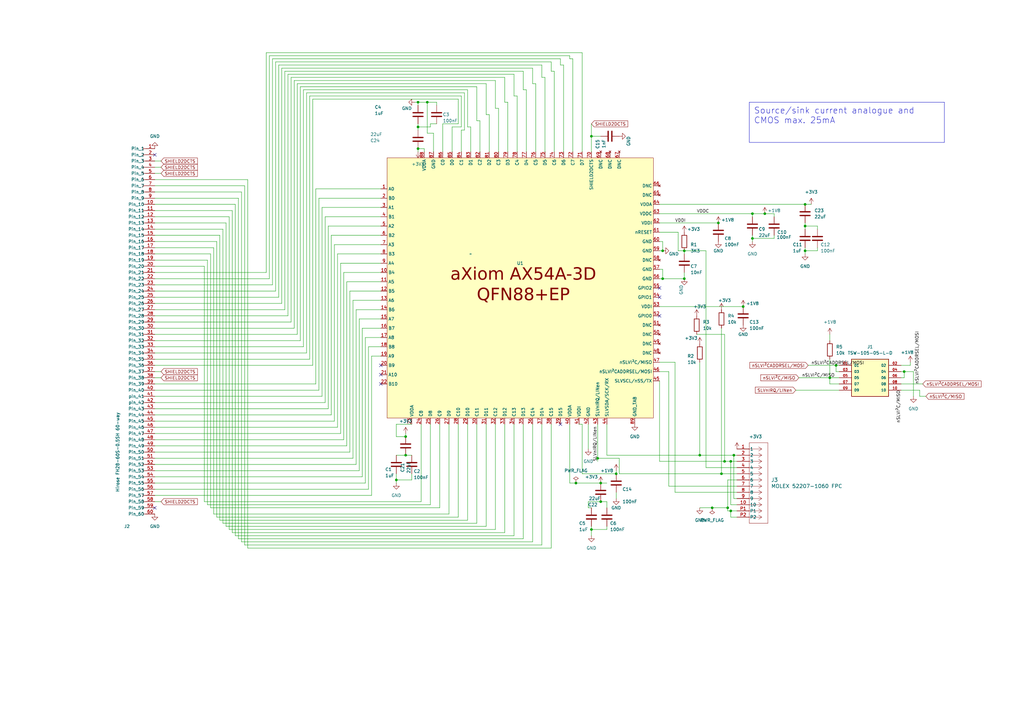
<source format=kicad_sch>
(kicad_sch (version 20250114) (generator "eeschema") (generator_version "9.0")
  (paper "A3")
  (title_block (date "2025-02-14"))
  (lib_symbols
    (symbol "Connector_fpc_60-way:Hirose_FH28-60S-0.5SH_60-way"
      (property "Reference" "J" (at 45.72 13.97 0))
      (symbol "Hirose_FH28-60S-0.5SH_60-way_1_1"
        (pin passive line (at 21.59 50.8 180) (length 3.81) (name "Pin_1") (number "1"))
        (pin passive line (at 21.59 48.26 180) (length 3.81) (name "Pin_2") (number "2"))
        (pin passive line (at 21.59 45.72 180) (length 3.81) (name "Pin_3") (number "3"))
        (pin passive line (at 21.59 43.18 180) (length 3.81) (name "Pin_4") (number "4"))
        (pin passive line (at 21.59 40.64 180) (length 3.81) (name "Pin_5") (number "5"))
        (pin passive line (at 21.59 38.1 180) (length 3.81) (name "Pin_6") (number "6"))
        (pin passive line (at 21.59 35.56 180) (length 3.81) (name "Pin_7") (number "7"))
        (pin passive line (at 21.59 33.02 180) (length 3.81) (name "Pin_8") (number "8"))
        (pin passive line (at 21.59 30.48 180) (length 3.81) (name "Pin_9") (number "9"))
        (pin passive line (at 21.59 27.94 180) (length 3.81) (name "Pin_10") (number "10"))
        (pin passive line (at 21.59 25.4 180) (length 3.81) (name "Pin_11") (number "11"))
        (pin passive line (at 21.59 22.86 180) (length 3.81) (name "Pin_12") (number "12"))
        (pin passive line (at 21.59 20.32 180) (length 3.81) (name "Pin_13") (number "13"))
        (pin passive line (at 21.59 17.78 180) (length 3.81) (name "Pin_14") (number "14"))
        (pin passive line (at 21.59 15.24 180) (length 3.81) (name "Pin_15") (number "15"))
        (pin passive line (at 21.59 12.7 180) (length 3.81) (name "Pin_16") (number "16"))
        (pin passive line (at 21.59 10.16 180) (length 3.81) (name "Pin_17") (number "17"))
        (pin passive line (at 21.59 7.62 180) (length 3.81) (name "Pin_18") (number "18"))
        (pin passive line (at 21.59 5.08 180) (length 3.81) (name "Pin_19") (number "19"))
        (pin passive line (at 21.59 2.54 180) (length 3.81) (name "Pin_20") (number "20"))
        (pin passive line (at 21.59 0 180) (length 3.81) (name "Pin_21") (number "21"))
        (pin passive line (at 21.59 -2.54 180) (length 3.81) (name "Pin_22") (number "22"))
        (pin passive line (at 21.59 -5.08 180) (length 3.81) (name "Pin_23") (number "23"))
        (pin passive line (at 21.59 -7.62 180) (length 3.81) (name "Pin_24") (number "24"))
        (pin passive line (at 21.59 -10.16 180) (length 3.81) (name "Pin_25") (number "25"))
        (pin passive line (at 21.59 -12.7 180) (length 3.81) (name "Pin_26") (number "26"))
        (pin passive line (at 21.59 -15.24 180) (length 3.81) (name "Pin_27") (number "27"))
        (pin passive line (at 21.59 -17.78 180) (length 3.81) (name "Pin_28") (number "28"))
        (pin passive line (at 21.59 -20.32 180) (length 3.81) (name "Pin_29") (number "29"))
        (pin passive line (at 21.59 -22.86 180) (length 3.81) (name "Pin_30") (number "30"))
        (pin passive line (at 21.59 -25.4 180) (length 3.81) (name "Pin_31") (number "31"))
        (pin passive line (at 21.59 -27.94 180) (length 3.81) (name "Pin_32") (number "32"))
        (pin passive line (at 21.59 -30.48 180) (length 3.81) (name "Pin_33") (number "33"))
        (pin passive line (at 21.59 -33.02 180) (length 3.81) (name "Pin_34") (number "34"))
        (pin passive line (at 21.59 -35.56 180) (length 3.81) (name "Pin_35") (number "35"))
        (pin passive line (at 21.59 -38.1 180) (length 3.81) (name "Pin_36") (number "36"))
        (pin passive line (at 21.59 -40.64 180) (length 3.81) (name "Pin_37") (number "37"))
        (pin passive line (at 21.59 -43.18 180) (length 3.81) (name "Pin_38") (number "38"))
        (pin passive line (at 21.59 -45.72 180) (length 3.81) (name "Pin_39") (number "39"))
        (pin passive line (at 21.59 -48.26 180) (length 3.81) (name "Pin_40") (number "40"))
        (pin passive line (at 21.59 -50.8 180) (length 3.81) (name "pin_41") (number "41"))
        (pin passive line (at 21.59 -53.34 180) (length 3.81) (name "pin_42") (number "42"))
        (pin passive line (at 21.59 -55.88 180) (length 3.81) (name "Pin_43") (number "43"))
        (pin passive line (at 21.59 -58.42 180) (length 3.81) (name "Pin_44") (number "44"))
        (pin passive line (at 21.59 -60.96 180) (length 3.81) (name "Pin_45") (number "45"))
        (pin passive line (at 21.59 -63.5 180) (length 3.81) (name "Pin_46") (number "46"))
        (pin passive line (at 21.59 -66.04 180) (length 3.81) (name "Pin_47") (number "47"))
        (pin passive line (at 21.59 -68.58 180) (length 3.81) (name "Pin_48") (number "48"))
        (pin passive line (at 21.59 -71.12 180) (length 3.81) (name "Pin_49") (number "49"))
        (pin passive line (at 21.59 -73.66 180) (length 3.81) (name "Pin_50") (number "50"))
        (pin passive line (at 21.59 -76.2 180) (length 3.81) (name "Pin_51") (number "51"))
        (pin passive line (at 21.59 -78.74 180) (length 3.81) (name "Pin_52") (number "52"))
        (pin passive line (at 21.59 -81.28 180) (length 3.81) (name "Pin_53") (number "53"))
        (pin passive line (at 21.59 -83.82 180) (length 3.81) (name "Pin_54") (number "54"))
        (pin passive line (at 21.59 -86.36 180) (length 3.81) (name "Pin_55") (number "55"))
        (pin passive line (at 21.59 -88.9 180) (length 3.81) (name "Pin_56") (number "56"))
        (pin passive line (at 21.59 -91.44 180) (length 3.81) (name "Pin_57") (number "57"))
        (pin passive line (at 21.59 -93.98 180) (length 3.81) (name "Pin_58") (number "58"))
        (pin passive line (at 21.59 -96.52 180) (length 3.81) (name "Pin_59") (number "59"))
        (pin passive line (at 21.59 -99.06 180) (length 3.81) (name "Pin_60") (number "60"))
      )
    )
    (symbol "Device:C" (pin_numbers (hide yes)) (pin_names (offset 0.254))
      (property "Reference" "C" (at 0.635 2.54 0))
      (property "Value" "C" (at 0.635 -2.54 0))
      (symbol "C_1_1"
        (pin passive line (at 0 3.81 270) (length 2.794) (name "~") (number "1"))
        (pin passive line (at 0 -3.81 90) (length 2.794) (name "~") (number "2"))
      )
    )
    (symbol "Device:R" (pin_numbers (hide yes)) (pin_names (offset 0))
      (property "Reference" "R" (at 2.032 0 90))
      (property "Value" "R" (at 0 0 90))
      (symbol "R_1_1"
        (pin passive line (at 0 3.81 270) (length 1.27) (name "~") (number "1"))
        (pin passive line (at 0 -3.81 90) (length 1.27) (name "~") (number "2"))
      )
    )
    (symbol "GND_1" (power) (pin_numbers (hide yes)) (pin_names (offset 0) (hide yes))
      (property "Value" "GND" (at 0 -3.81 0))
      (symbol "GND_1_1_1"
        (pin power_in line (at 0 0 270) (length 0) (name "~") (number "1"))
      )
    )
    (symbol "MCU_ax54a-3d:aXiom_AX54A-3D- E- QFN88"
      (property "Reference" "U1" (at -1.27 8.89 0))
      (property "Value" "~" (at -21.59 12.7 0))
      (symbol "aXiom_AX54A-3D- E- QFN88_0_1"
        (pin input line (at -58.42 35.56 0) (length 2.54) (name "B0") (number "2"))
      )
      (symbol "aXiom_AX54A-3D- E- QFN88_1_1"
        (text "aXiom AX54A-3D\nQFN88+EP" (at 0 0 0) (effects (font (size 5 5))))
        (pin input line (at -58.42 39.37 0) (length 2.54) (name "A0") (number "1"))
        (pin input line (at -58.42 31.75 0) (length 2.54) (name "A1") (number "3"))
        (pin input line (at -58.42 27.94 0) (length 2.54) (name "B1") (number "4"))
        (pin input line (at -58.42 24.13 0) (length 2.54) (name "A2") (number "5"))
        (pin input line (at -58.42 20.32 0) (length 2.54) (name "B2") (number "6"))
        (pin input line (at -58.42 16.51 0) (length 2.54) (name "A3") (number "7"))
        (pin input line (at -58.42 12.7 0) (length 2.54) (name "B3") (number "8"))
        (pin input line (at -58.42 8.89 0) (length 2.54) (name "A4") (number "9"))
        (pin input line (at -58.42 5.08 0) (length 2.54) (name "B4") (number "10"))
        (pin input line (at -58.42 1.27 0) (length 2.54) (name "A5") (number "11"))
        (pin input line (at -58.42 -2.54 0) (length 2.54) (name "B5") (number "12"))
        (pin input line (at -58.42 -6.35 0) (length 2.54) (name "A6") (number "13"))
        (pin input line (at -58.42 -10.16 0) (length 2.54) (name "B6") (number "14"))
        (pin input line (at -58.42 -13.97 0) (length 2.54) (name "A7") (number "15"))
        (pin input line (at -58.42 -17.78 0) (length 2.54) (name "B7") (number "16"))
        (pin input line (at -58.42 -21.59 0) (length 2.54) (name "A8") (number "17"))
        (pin input line (at -58.42 -25.4 0) (length 2.54) (name "B8") (number "18"))
        (pin input line (at -58.42 -29.21 0) (length 2.54) (name "A9") (number "19"))
        (pin input line (at -58.42 -33.02 0) (length 2.54) (name "B9") (number "20"))
        (pin input line (at -58.42 -36.83 0) (length 2.54) (name "A10") (number "21"))
        (pin input line (at -58.42 -40.64 0) (length 2.54) (name "B10") (number "22"))
        (pin power_in line (at -45.72 -57.15 90) (length 2.54) (name "VDDA") (number "23"))
        (pin input line (at -41.91 -57.15 90) (length 2.54) (name "C8") (number "24"))
        (pin power_in line (at -40.64 54.61 270) (length 2.54) (name "VDDA") (number "88"))
        (pin input line (at -38.1 -57.15 90) (length 2.54) (name "D8") (number "25"))
        (pin power_in line (at -36.83 54.61 270) (length 2.54) (name "GND") (number "87"))
        (pin input line (at -34.29 -57.15 90) (length 2.54) (name "C9") (number "26"))
        (pin input line (at -33.02 54.61 270) (length 2.54) (name "C0") (number "86"))
        (pin input line (at -30.48 -57.15 90) (length 2.54) (name "D9") (number "27"))
        (pin input line (at -29.21 54.61 270) (length 2.54) (name "D0") (number "85"))
        (pin input line (at -26.67 -57.15 90) (length 2.54) (name "C10") (number "28"))
        (pin input line (at -25.4 54.61 270) (length 2.54) (name "C1") (number "84"))
        (pin input line (at -22.86 -57.15 90) (length 2.54) (name "D10") (number "29"))
        (pin input line (at -21.59 54.61 270) (length 2.54) (name "D1") (number "83"))
        (pin input line (at -19.05 -57.15 90) (length 2.54) (name "C11") (number "30"))
        (pin input line (at -17.78 54.61 270) (length 2.54) (name "C2") (number "82"))
        (pin input line (at -15.24 -57.15 90) (length 2.54) (name "D11") (number "31"))
        (pin input line (at -13.97 54.61 270) (length 2.54) (name "D2") (number "81"))
        (pin input line (at -11.43 -57.15 90) (length 2.54) (name "C12") (number "32"))
        (pin input line (at -10.16 54.61 270) (length 2.54) (name "C3") (number "80"))
        (pin input line (at -7.62 -57.15 90) (length 2.54) (name "D12") (number "33"))
        (pin input line (at -6.35 54.61 270) (length 2.54) (name "D3") (number "79"))
        (pin input line (at -3.81 -57.15 90) (length 2.54) (name "C13") (number "34"))
        (pin input line (at -2.54 54.61 270) (length 2.54) (name "C4") (number "78"))
        (pin input line (at 0 -57.15 90) (length 2.54) (name "D13") (number "35"))
        (pin input line (at 1.27 54.61 270) (length 2.54) (name "D4") (number "77"))
        (pin input line (at 3.81 -57.15 90) (length 2.54) (name "C14") (number "36"))
        (pin input line (at 5.08 54.61 270) (length 2.54) (name "C5") (number "76"))
        (pin input line (at 7.62 -57.15 90) (length 2.54) (name "D14") (number "37"))
        (pin input line (at 8.89 54.61 270) (length 2.54) (name "D5") (number "75"))
        (pin input line (at 11.43 -57.15 90) (length 2.54) (name "C15") (number "38"))
        (pin input line (at 12.7 54.61 270) (length 2.54) (name "C6") (number "74"))
        (pin input line (at 15.24 -57.15 90) (length 2.54) (name "D15") (number "39"))
        (pin input line (at 16.51 54.61 270) (length 2.54) (name "D6") (number "73"))
        (pin power_in line (at 19.05 -57.15 90) (length 2.54) (name "VDDA") (number "40"))
        (pin input line (at 20.32 54.61 270) (length 2.54) (name "C7") (number "72"))
        (pin power_in line (at 22.86 -57.15 90) (length 2.54) (name "VDDI") (number "41"))
        (pin input line (at 24.13 54.61 270) (length 2.54) (name "D7") (number "71"))
        (pin power_in line (at 26.67 -57.15 90) (length 2.54) (name "GND") (number "42"))
        (pin passive line (at 27.94 54.61 270) (length 2.54) (name "SHIELD2DCTS") (number "70"))
        (pin bidirectional line (at 30.48 -57.15 90) (length 2.54) (name "SLVnIRQ/LINen") (number "43"))
        (pin no_connect line (at 31.75 54.61 270) (length 2.54) (name "DNC") (number "69"))
        (pin bidirectional line (at 34.29 -57.15 90) (length 2.54) (name "SLVSDA/SCK/RX") (number "44"))
        (pin no_connect line (at 35.56 54.61 270) (length 2.54) (name "DNC") (number "68"))
        (pin no_connect line (at 39.37 54.61 270) (length 2.54) (name "DNC") (number "67"))
        (pin power_in line (at 45.72 -57.15 90) (length 2.54) (name "GND_TAB") (number "89"))
        (pin no_connect line (at 55.88 40.64 180) (length 2.54) (name "DNC") (number "66"))
        (pin no_connect line (at 55.88 36.83 180) (length 2.54) (name "DNC") (number "65"))
        (pin power_in line (at 55.88 33.02 180) (length 2.54) (name "VDDA") (number "64"))
        (pin power_in line (at 55.88 29.21 180) (length 2.54) (name "VDDC") (number "63"))
        (pin power_in line (at 55.88 25.4 180) (length 2.54) (name "VDDI") (number "62"))
        (pin input line (at 55.88 21.59 180) (length 2.54) (name "nRESET") (number "61"))
        (pin power_in line (at 55.88 17.78 180) (length 2.54) (name "GND") (number "60"))
        (pin power_in line (at 55.88 13.97 180) (length 2.54) (name "GND") (number "59"))
        (pin no_connect line (at 55.88 10.16 180) (length 2.54) (name "DNC") (number "58"))
        (pin power_in line (at 55.88 6.35 180) (length 2.54) (name "GND") (number "57"))
        (pin power_in line (at 55.88 2.54 180) (length 2.54) (name "GND") (number "56"))
        (pin bidirectional line (at 55.88 -1.27 180) (length 2.54) (name "GPIO2") (number "55"))
        (pin bidirectional line (at 55.88 -5.08 180) (length 2.54) (name "GPIO1") (number "54"))
        (pin power_out line (at 55.88 -8.89 180) (length 2.54) (name "VDDI") (number "53"))
        (pin bidirectional line (at 55.88 -12.7 180) (length 2.54) (name "GPIO0") (number "52"))
        (pin no_connect line (at 55.88 -16.51 180) (length 2.54) (name "DNC") (number "51"))
        (pin no_connect line (at 55.88 -20.32 180) (length 2.54) (name "DNC") (number "50"))
        (pin no_connect line (at 55.88 -24.13 180) (length 2.54) (name "DNC") (number "49"))
        (pin no_connect line (at 55.88 -27.94 180) (length 2.54) (name "DNC") (number "48"))
        (pin bidirectional line (at 55.88 -31.75 180) (length 2.54) (name "nSLVI²C/MISO") (number "47"))
        (pin bidirectional line (at 55.88 -35.56 180) (length 2.54) (name "nSLVI²CADDRSEL/MOSI") (number "46"))
        (pin bidirectional line (at 55.88 -39.37 180) (length 2.54) (name "SLVSCL/nSS/TX") (number "45"))
      )
    )
    (symbol "Molex 52207-1060:522071060" (pin_names (offset 0.254))
      (property "Reference" "J3" (at 13.97 -12.7 0))
      (property "Value" "MOLEX 52207-1060 FPC" (at 13.97 -15.24 0))
      (symbol "522071060_1_1"
        (pin unspecified line (at 0 0 0) (length 5.08) (name "1") (number "1"))
        (pin unspecified line (at 0 -2.54 0) (length 5.08) (name "2") (number "2"))
        (pin unspecified line (at 0 -5.08 0) (length 5.08) (name "3") (number "3"))
        (pin unspecified line (at 0 -7.62 0) (length 5.08) (name "4") (number "4"))
        (pin unspecified line (at 0 -10.16 0) (length 5.08) (name "5") (number "5"))
        (pin power_in line (at 0 -12.7 0) (length 5.08) (name "6") (number "6"))
        (pin unspecified line (at 0 -15.24 0) (length 5.08) (name "7") (number "7"))
        (pin unspecified line (at 0 -17.78 0) (length 5.08) (name "8") (number "8"))
        (pin unspecified line (at 0 -20.32 0) (length 5.08) (name "9") (number "9"))
        (pin unspecified line (at 0 -22.86 0) (length 5.08) (name "10") (number "10"))
        (pin free line (at 0 -25.4 0) (length 5.08) (name "P1") (number "P1"))
        (pin free line (at 0 -27.94 0) (length 5.08) (name "P2") (number "P2"))
      )
      (symbol "522071060_1_2"
        (pin unspecified line (at 0 0 0) (length 5.08) (name "1") (number "1"))
        (pin unspecified line (at 0 -2.54 0) (length 5.08) (name "2") (number "2"))
        (pin unspecified line (at 0 -5.08 0) (length 5.08) (name "3") (number "3"))
        (pin unspecified line (at 0 -7.62 0) (length 5.08) (name "4") (number "4"))
        (pin unspecified line (at 0 -10.16 0) (length 5.08) (name "5") (number "5"))
        (pin unspecified line (at 0 -12.7 0) (length 5.08) (name "6") (number "6"))
        (pin unspecified line (at 0 -15.24 0) (length 5.08) (name "7") (number "7"))
        (pin unspecified line (at 0 -17.78 0) (length 5.08) (name "8") (number "8"))
        (pin unspecified line (at 0 -20.32 0) (length 5.08) (name "9") (number "9"))
        (pin unspecified line (at 0 -22.86 0) (length 5.08) (name "10") (number "10"))
        (pin unspecified line (at 0 -25.4 0) (length 5.08) (name "P1") (number "P1"))
        (pin unspecified line (at 0 -27.94 0) (length 5.08) (name "P2") (number "P2"))
      )
    )
    (symbol "TSW-105-05-L-D:TSW-105-05-L-D" (pin_names (offset 1.016))
      (property "Reference" "J" (at -8.12 7.62 0))
      (property "Value" "TSW-105-05-L-D" (at -7.62 -10.16 0))
      (symbol "TSW-105-05-L-D_0_0"
        (pin passive line (at -12.7 5.08 0) (length 5.08) (name "01") (number "01"))
        (pin passive line (at -12.7 2.54 0) (length 5.08) (name "03") (number "03"))
        (pin passive line (at -12.7 0 0) (length 5.08) (name "05") (number "05"))
        (pin passive line (at -12.7 -2.54 0) (length 5.08) (name "07") (number "07"))
        (pin passive line (at -12.7 -5.08 0) (length 5.08) (name "09") (number "09"))
        (pin passive line (at 12.7 5.08 180) (length 5.08) (name "02") (number "02"))
        (pin passive line (at 12.7 2.54 180) (length 5.08) (name "04") (number "04"))
        (pin passive line (at 12.7 0 180) (length 5.08) (name "06") (number "06"))
        (pin passive line (at 12.7 -2.54 180) (length 5.08) (name "08") (number "08"))
        (pin passive line (at 12.7 -5.08 180) (length 5.08) (name "10") (number "10"))
      )
    )
    (symbol "power:+1V8" (power) (pin_names (offset 0))
      (property "Value" "+1V8" (at 0 3.556 0))
      (symbol "+1V8_1_1"
        (pin power_in line (at 0 0 90) (length 0) (hide yes) (name "+1V8") (number "1"))
      )
    )
    (symbol "power:+3V3" (power) (pin_names (offset 0))
      (property "Value" "+3V3" (at 0 3.556 0))
      (symbol "+3V3_1_1"
        (pin power_in line (at 0 0 90) (length 0) (hide yes) (name "+3V3") (number "1"))
      )
    )
    (symbol "power:GND" (power) (pin_names (offset 0))
      (property "Value" "GND" (at 0 -3.81 0))
      (symbol "GND_1_1"
        (pin power_in line (at 0 0 270) (length 0) (hide yes) (name "GND") (number "1"))
      )
    )
    (symbol "power:PWR_FLAG" (power) (pin_numbers (hide yes)) (pin_names (offset 0) (hide yes))
      (property "Value" "PWR_FLAG" (at 0 3.81 0))
      (symbol "PWR_FLAG_0_0"
        (pin power_out line (at 0 0 90) (length 0) (name "pwr") (number "1"))
      )
    )
  )
  (text_box "Source/sink current analogue and CMOS max. 25mA" (at 307.34 41.91 0) (size 80.01 16.51) (margins 1.875 1.875 1.875 1.875) (effects (font (size 2.5 2.5)) (justify left top)))
  (junction (at 308.61 97.79))
  (junction (at 340.36 154.94))
  (junction (at 271.78 102.87))
  (junction (at 245.11 187.96))
  (junction (at 171.45 52.07))
  (junction (at 300.99 186.69))
  (junction (at 287.02 186.69))
  (junction (at 304.8 125.73))
  (junction (at 308.61 87.63))
  (junction (at 342.9 149.86))
  (junction (at 295.91 194.31))
  (junction (at 252.73 194.31))
  (junction (at 246.38 205.74))
  (junction (at 271.78 114.3))
  (junction (at 175.26 41.91))
  (junction (at 330.2 83.82))
  (junction (at 166.37 186.69))
  (junction (at 166.37 179.07))
  (junction (at 236.22 198.12))
  (junction (at 242.57 55.88))
  (junction (at 294.64 91.44))
  (junction (at 298.45 208.28))
  (junction (at 280.67 114.3))
  (junction (at 299.72 209.55))
  (junction (at 242.57 217.17))
  (junction (at 162.56 196.85))
  (junction (at 297.18 189.23))
  (junction (at 299.72 189.23))
  (junction (at 246.38 198.12))
  (junction (at 370.84 152.4))
  (junction (at 171.45 41.91))
  (junction (at 292.1 208.28))
  (junction (at 171.45 60.96))
  (junction (at 313.69 87.63))
  (junction (at 280.67 102.87))
  (junction (at 330.2 92.71))
  (junction (at 330.2 102.87))
  (no_connect (at 270.51 129.54))
  (no_connect (at 270.51 121.92))
  (no_connect (at 156.21 153.67))
  (no_connect (at 63.5 208.28))
  (no_connect (at 229.87 173.99))
  (no_connect (at 63.5 63.5))
  (no_connect (at 156.21 157.48))
  (no_connect (at 156.21 149.86))
  (no_connect (at 270.51 118.11))
  (wire (pts (xy 130.81 160.02) (xy 130.81 81.28)))
  (wire (pts (xy 340.36 157.48) (xy 340.36 154.94)))
  (wire (pts (xy 226.06 224.79) (xy 101.6 224.79)))
  (wire (pts (xy 144.78 123.19) (xy 144.78 187.96)))
  (wire (pts (xy 137.16 100.33) (xy 156.21 100.33)))
  (wire (pts (xy 118.11 30.48) (xy 210.82 30.48)))
  (wire (pts (xy 156.21 134.62) (xy 148.59 134.62)))
  (wire (pts (xy 91.44 214.63) (xy 91.44 93.98)))
  (wire (pts (xy 299.72 207.01) (xy 302.26 207.01)))
  (wire (pts (xy 138.43 175.26) (xy 138.43 104.14)))
  (wire (pts (xy 252.73 193.04) (xy 252.73 194.31)))
  (wire (pts (xy 374.65 152.4) (xy 374.65 162.56)))
  (wire (pts (xy 92.71 91.44) (xy 92.71 215.9)))
  (wire (pts (xy 168.91 194.31) (xy 168.91 196.85)))
  (wire (pts (xy 143.51 119.38) (xy 143.51 185.42)))
  (wire (pts (xy 63.5 157.48) (xy 129.54 157.48)))
  (wire (pts (xy 227.33 29.21) (xy 227.33 62.23)))
  (wire (pts (xy 195.58 35.56) (xy 195.58 49.53)))
  (wire (pts (xy 63.5 200.66) (xy 151.13 200.66)))
  (wire (pts (xy 276.86 148.59) (xy 276.86 201.93)))
  (wire (pts (xy 156.21 81.28) (xy 130.81 81.28)))
  (wire (pts (xy 86.36 208.28) (xy 180.34 208.28)))
  (wire (pts (xy 219.71 34.29) (xy 219.71 62.23)))
  (wire (pts (xy 332.74 83.82) (xy 330.2 83.82)))
  (wire (pts (xy 63.5 154.94) (xy 66.04 154.94)))
  (wire (pts (xy 245.11 173.99) (xy 245.11 187.96)))
  (wire (pts (xy 189.23 39.37) (xy 127 39.37)))
  (wire (pts (xy 87.63 210.82) (xy 87.63 101.6)))
  (wire (pts (xy 96.52 219.71) (xy 96.52 83.82)))
  (wire (pts (xy 195.58 173.99) (xy 195.58 214.63)))
  (wire (pts (xy 231.14 26.67) (xy 231.14 62.23)))
  (wire (pts (xy 171.45 62.23) (xy 171.45 60.96)))
  (wire (pts (xy 248.92 186.69) (xy 287.02 186.69)))
  (wire (pts (xy 93.98 217.17) (xy 93.98 88.9)))
  (wire (pts (xy 114.3 26.67) (xy 222.25 26.67)))
  (wire (pts (xy 270.51 91.44) (xy 294.64 91.44)))
  (wire (pts (xy 242.57 217.17) (xy 242.57 219.71)))
  (wire (pts (xy 63.5 177.8) (xy 139.7 177.8)))
  (wire (pts (xy 270.51 156.21) (xy 270.51 189.23)))
  (wire (pts (xy 120.65 33.02) (xy 203.2 33.02)))
  (wire (pts (xy 63.5 147.32) (xy 127 147.32)))
  (wire (pts (xy 185.42 52.07) (xy 189.23 52.07)))
  (wire (pts (xy 177.8 54.61) (xy 175.26 54.61)))
  (wire (pts (xy 199.39 46.99) (xy 199.39 34.29)))
  (wire (pts (xy 187.96 173.99) (xy 187.96 212.09)))
  (wire (pts (xy 335.28 93.98) (xy 335.28 92.71)))
  (wire (pts (xy 248.92 208.28) (xy 248.92 205.74)))
  (wire (pts (xy 218.44 34.29) (xy 219.71 34.29)))
  (wire (pts (xy 176.53 173.99) (xy 176.53 207.01)))
  (wire (pts (xy 278.13 102.87) (xy 278.13 95.25)))
  (wire (pts (xy 101.6 224.79) (xy 101.6 73.66)))
  (wire (pts (xy 223.52 31.75) (xy 223.52 62.23)))
  (wire (pts (xy 168.91 173.99) (xy 162.56 173.99)))
  (wire (pts (xy 63.5 193.04) (xy 147.32 193.04)))
  (wire (pts (xy 63.5 121.92) (xy 114.3 121.92)))
  (wire (pts (xy 123.19 35.56) (xy 195.58 35.56)))
  (wire (pts (xy 151.13 142.24) (xy 156.21 142.24)))
  (wire (pts (xy 327.66 154.94) (xy 340.36 154.94)))
  (wire (pts (xy 95.25 86.36) (xy 95.25 218.44)))
  (wire (pts (xy 173.99 62.23) (xy 173.99 60.96)))
  (wire (pts (xy 118.11 129.54) (xy 118.11 30.48)))
  (wire (pts (xy 271.78 110.49) (xy 271.78 114.3)))
  (wire (pts (xy 330.2 92.71) (xy 330.2 93.98)))
  (wire (pts (xy 63.5 71.12) (xy 66.04 71.12)))
  (wire (pts (xy 245.11 189.23) (xy 245.11 187.96)))
  (wire (pts (xy 331.47 149.86) (xy 342.9 149.86)))
  (wire (pts (xy 207.01 31.75) (xy 119.38 31.75)))
  (wire (pts (xy 115.57 124.46) (xy 115.57 27.94)))
  (wire (pts (xy 149.86 198.12) (xy 63.5 198.12)))
  (wire (pts (xy 215.9 36.83) (xy 215.9 62.23)))
  (wire (pts (xy 191.77 173.99) (xy 191.77 213.36)))
  (wire (pts (xy 233.68 24.13) (xy 234.95 24.13)))
  (wire (pts (xy 335.28 101.6) (xy 335.28 102.87)))
  (wire (pts (xy 298.45 208.28) (xy 298.45 196.85)))
  (wire (pts (xy 308.61 87.63) (xy 308.61 88.9)))
  (wire (pts (xy 63.5 88.9) (xy 93.98 88.9)))
  (wire (pts (xy 308.61 97.79) (xy 308.61 99.06)))
  (wire (pts (xy 63.5 91.44) (xy 92.71 91.44)))
  (wire (pts (xy 132.08 85.09) (xy 156.21 85.09)))
  (wire (pts (xy 63.5 78.74) (xy 99.06 78.74)))
  (wire (pts (xy 63.5 160.02) (xy 130.81 160.02)))
  (wire (pts (xy 133.35 165.1) (xy 133.35 88.9)))
  (wire (pts (xy 120.65 134.62) (xy 120.65 33.02)))
  (wire (pts (xy 63.5 162.56) (xy 132.08 162.56)))
  (wire (pts (xy 168.91 196.85) (xy 162.56 196.85)))
  (wire (pts (xy 63.5 111.76) (xy 109.22 111.76)))
  (wire (pts (xy 214.63 220.98) (xy 214.63 173.99)))
  (wire (pts (xy 63.5 68.58) (xy 66.04 68.58)))
  (wire (pts (xy 171.45 52.07) (xy 171.45 53.34)))
  (wire (pts (xy 142.24 115.57) (xy 142.24 182.88)))
  (wire (pts (xy 135.89 170.18) (xy 135.89 96.52)))
  (wire (pts (xy 241.3 205.74) (xy 241.3 208.28)))
  (wire (pts (xy 344.17 152.4) (xy 342.9 152.4)))
  (wire (pts (xy 248.92 215.9) (xy 248.92 217.17)))
  (wire (pts (xy 204.47 44.45) (xy 204.47 62.23)))
  (wire (pts (xy 63.5 195.58) (xy 148.59 195.58)))
  (wire (pts (xy 148.59 134.62) (xy 148.59 195.58)))
  (wire (pts (xy 241.3 173.99) (xy 241.3 184.15)))
  (wire (pts (xy 199.39 46.99) (xy 200.66 46.99)))
  (wire (pts (xy 111.76 24.13) (xy 229.87 24.13)))
  (wire (pts (xy 308.61 96.52) (xy 308.61 97.79)))
  (wire (pts (xy 63.5 119.38) (xy 113.03 119.38)))
  (wire (pts (xy 369.57 149.86) (xy 373.38 149.86)))
  (wire (pts (xy 238.76 173.99) (xy 237.49 173.99)))
  (wire (pts (xy 300.99 204.47) (xy 302.26 204.47)))
  (wire (pts (xy 193.04 52.07) (xy 193.04 62.23)))
  (wire (pts (xy 297.18 189.23) (xy 299.72 189.23)))
  (wire (pts (xy 172.72 173.99) (xy 172.72 205.74)))
  (wire (pts (xy 63.5 190.5) (xy 146.05 190.5)))
  (wire (pts (xy 63.5 124.46) (xy 115.57 124.46)))
  (wire (pts (xy 241.3 208.28) (xy 242.57 208.28)))
  (wire (pts (xy 140.97 111.76) (xy 140.97 180.34)))
  (wire (pts (xy 63.5 129.54) (xy 118.11 129.54)))
  (wire (pts (xy 270.51 114.3) (xy 271.78 114.3)))
  (wire (pts (xy 156.21 104.14) (xy 138.43 104.14)))
  (wire (pts (xy 214.63 36.83) (xy 214.63 29.21)))
  (wire (pts (xy 226.06 173.99) (xy 226.06 224.79)))
  (wire (pts (xy 100.33 76.2) (xy 100.33 223.52)))
  (wire (pts (xy 280.67 111.76) (xy 280.67 114.3)))
  (wire (pts (xy 203.2 44.45) (xy 204.47 44.45)))
  (wire (pts (xy 222.25 223.52) (xy 222.25 173.99)))
  (wire (pts (xy 177.8 54.61) (xy 177.8 62.23)))
  (wire (pts (xy 184.15 210.82) (xy 184.15 173.99)))
  (wire (pts (xy 238.76 194.31) (xy 238.76 173.99)))
  (wire (pts (xy 63.5 83.82) (xy 96.52 83.82)))
  (wire (pts (xy 280.67 102.87) (xy 289.56 102.87)))
  (wire (pts (xy 152.4 146.05) (xy 156.21 146.05)))
  (wire (pts (xy 190.5 53.34) (xy 189.23 53.34)))
  (wire (pts (xy 162.56 179.07) (xy 166.37 179.07)))
  (wire (pts (xy 139.7 107.95) (xy 156.21 107.95)))
  (wire (pts (xy 274.32 199.39) (xy 274.32 152.4)))
  (wire (pts (xy 226.06 29.21) (xy 227.33 29.21)))
  (wire (pts (xy 63.5 185.42) (xy 143.51 185.42)))
  (wire (pts (xy 278.13 95.25) (xy 270.51 95.25)))
  (wire (pts (xy 195.58 49.53) (xy 196.85 49.53)))
  (wire (pts (xy 146.05 127) (xy 146.05 190.5)))
  (wire (pts (xy 207.01 41.91) (xy 208.28 41.91)))
  (wire (pts (xy 63.5 175.26) (xy 138.43 175.26)))
  (wire (pts (xy 370.84 154.94) (xy 370.84 152.4)))
  (wire (pts (xy 63.5 149.86) (xy 128.27 149.86)))
  (wire (pts (xy 171.45 41.91) (xy 170.18 41.91)))
  (wire (pts (xy 63.5 139.7) (xy 123.19 139.7)))
  (wire (pts (xy 233.68 24.13) (xy 233.68 22.86)))
  (wire (pts (xy 308.61 87.63) (xy 270.51 87.63)))
  (wire (pts (xy 146.05 127) (xy 156.21 127)))
  (wire (pts (xy 254 194.31) (xy 295.91 194.31)))
  (wire (pts (xy 63.5 76.2) (xy 100.33 76.2)))
  (wire (pts (xy 335.28 102.87) (xy 330.2 102.87)))
  (wire (pts (xy 63.5 93.98) (xy 91.44 93.98)))
  (wire (pts (xy 222.25 26.67) (xy 222.25 31.75)))
  (wire (pts (xy 137.16 172.72) (xy 137.16 100.33)))
  (wire (pts (xy 274.32 199.39) (xy 302.26 199.39)))
  (wire (pts (xy 63.5 86.36) (xy 95.25 86.36)))
  (wire (pts (xy 162.56 173.99) (xy 162.56 179.07)))
  (wire (pts (xy 226.06 29.21) (xy 226.06 25.4)))
  (wire (pts (xy 373.38 149.86) (xy 373.38 148.59)))
  (wire (pts (xy 63.5 137.16) (xy 121.92 137.16)))
  (wire (pts (xy 111.76 116.84) (xy 111.76 24.13)))
  (wire (pts (xy 119.38 132.08) (xy 119.38 31.75)))
  (wire (pts (xy 242.57 55.88) (xy 242.57 62.23)))
  (wire (pts (xy 191.77 52.07) (xy 191.77 36.83)))
  (wire (pts (xy 299.72 189.23) (xy 299.72 207.01)))
  (wire (pts (xy 95.25 218.44) (xy 207.01 218.44)))
  (wire (pts (xy 218.44 34.29) (xy 218.44 27.94)))
  (wire (pts (xy 233.68 173.99) (xy 233.68 198.12)))
  (wire (pts (xy 156.21 138.43) (xy 149.86 138.43)))
  (wire (pts (xy 203.2 173.99) (xy 203.2 217.17)))
  (wire (pts (xy 271.78 102.87) (xy 270.51 102.87)))
  (wire (pts (xy 287.02 208.28) (xy 292.1 208.28)))
  (wire (pts (xy 162.56 194.31) (xy 162.56 196.85)))
  (wire (pts (xy 317.5 87.63) (xy 313.69 87.63)))
  (wire (pts (xy 63.5 172.72) (xy 137.16 172.72)))
  (wire (pts (xy 342.9 152.4) (xy 342.9 149.86)))
  (wire (pts (xy 63.5 134.62) (xy 120.65 134.62)))
  (wire (pts (xy 151.13 142.24) (xy 151.13 200.66)))
  (wire (pts (xy 123.19 139.7) (xy 123.19 35.56)))
  (wire (pts (xy 110.49 114.3) (xy 110.49 22.86)))
  (wire (pts (xy 100.33 223.52) (xy 222.25 223.52)))
  (wire (pts (xy 121.92 137.16) (xy 121.92 34.29)))
  (wire (pts (xy 210.82 219.71) (xy 96.52 219.71)))
  (wire (pts (xy 85.09 207.01) (xy 176.53 207.01)))
  (wire (pts (xy 238.76 21.59) (xy 238.76 62.23)))
  (wire (pts (xy 274.32 152.4) (xy 270.51 152.4)))
  (wire (pts (xy 370.84 152.4) (xy 374.65 152.4)))
  (wire (pts (xy 97.79 81.28) (xy 97.79 220.98)))
  (wire (pts (xy 63.5 142.24) (xy 124.46 142.24)))
  (wire (pts (xy 156.21 123.19) (xy 144.78 123.19)))
  (wire (pts (xy 218.44 27.94) (xy 115.57 27.94)))
  (wire (pts (xy 369.57 160.02) (xy 377.19 160.02)))
  (wire (pts (xy 179.07 43.18) (xy 179.07 41.91)))
  (wire (pts (xy 313.69 87.63) (xy 308.61 87.63)))
  (wire (pts (xy 125.73 144.78) (xy 125.73 38.1)))
  (wire (pts (xy 134.62 167.64) (xy 134.62 92.71)))
  (wire (pts (xy 152.4 146.05) (xy 152.4 203.2)))
  (wire (pts (xy 218.44 173.99) (xy 218.44 222.25)))
  (wire (pts (xy 234.95 24.13) (xy 234.95 62.23)))
  (wire (pts (xy 340.36 147.32) (xy 340.36 154.94)))
  (wire (pts (xy 128.27 149.86) (xy 128.27 40.64)))
  (wire (pts (xy 292.1 208.28) (xy 298.45 208.28)))
  (wire (pts (xy 63.5 96.52) (xy 90.17 96.52)))
  (wire (pts (xy 246.38 205.74) (xy 248.92 205.74)))
  (wire (pts (xy 175.26 54.61) (xy 175.26 41.91)))
  (wire (pts (xy 369.57 154.94) (xy 370.84 154.94)))
  (wire (pts (xy 295.91 134.62) (xy 295.91 194.31)))
  (wire (pts (xy 147.32 130.81) (xy 147.32 193.04)))
  (wire (pts (xy 113.03 119.38) (xy 113.03 25.4)))
  (wire (pts (xy 271.78 99.06) (xy 271.78 102.87)))
  (wire (pts (xy 210.82 173.99) (xy 210.82 219.71)))
  (wire (pts (xy 181.61 50.8) (xy 187.96 50.8)))
  (wire (pts (xy 207.01 41.91) (xy 207.01 31.75)))
  (wire (pts (xy 63.5 152.4) (xy 66.04 152.4)))
  (wire (pts (xy 278.13 102.87) (xy 280.67 102.87)))
  (wire (pts (xy 166.37 177.8) (xy 166.37 179.07)))
  (wire (pts (xy 63.5 81.28) (xy 97.79 81.28)))
  (wire (pts (xy 210.82 39.37) (xy 212.09 39.37)))
  (wire (pts (xy 63.5 106.68) (xy 85.09 106.68)))
  (wire (pts (xy 212.09 39.37) (xy 212.09 62.23)))
  (wire (pts (xy 379.73 162.56) (xy 377.19 162.56)))
  (wire (pts (xy 200.66 46.99) (xy 200.66 62.23)))
  (wire (pts (xy 342.9 149.86) (xy 344.17 149.86)))
  (wire (pts (xy 132.08 162.56) (xy 132.08 85.09)))
  (wire (pts (xy 196.85 49.53) (xy 196.85 62.23)))
  (wire (pts (xy 229.87 24.13) (xy 229.87 26.67)))
  (wire (pts (xy 270.51 125.73) (xy 304.8 125.73)))
  (wire (pts (xy 171.45 52.07) (xy 176.53 52.07)))
  (wire (pts (xy 236.22 198.12) (xy 246.38 198.12)))
  (wire (pts (xy 162.56 198.12) (xy 162.56 196.85)))
  (wire (pts (xy 248.92 217.17) (xy 242.57 217.17)))
  (wire (pts (xy 149.86 138.43) (xy 149.86 198.12)))
  (wire (pts (xy 189.23 53.34) (xy 189.23 62.23)))
  (wire (pts (xy 287.02 148.59) (xy 287.02 186.69)))
  (wire (pts (xy 180.34 173.99) (xy 180.34 208.28)))
  (wire (pts (xy 246.38 55.88) (xy 242.57 55.88)))
  (wire (pts (xy 129.54 157.48) (xy 129.54 77.47)))
  (wire (pts (xy 191.77 213.36) (xy 90.17 213.36)))
  (wire (pts (xy 134.62 92.71) (xy 156.21 92.71)))
  (wire (pts (xy 300.99 186.69) (xy 302.26 186.69)))
  (wire (pts (xy 248.92 173.99) (xy 248.92 186.69)))
  (wire (pts (xy 317.5 97.79) (xy 308.61 97.79)))
  (wire (pts (xy 63.5 170.18) (xy 135.89 170.18)))
  (wire (pts (xy 271.78 110.49) (xy 270.51 110.49)))
  (wire (pts (xy 63.5 167.64) (xy 134.62 167.64)))
  (wire (pts (xy 187.96 40.64) (xy 128.27 40.64)))
  (wire (pts (xy 171.45 41.91) (xy 171.45 43.18)))
  (wire (pts (xy 129.54 77.47) (xy 156.21 77.47)))
  (wire (pts (xy 63.5 116.84) (xy 111.76 116.84)))
  (wire (pts (xy 242.57 50.8) (xy 242.57 55.88)))
  (wire (pts (xy 139.7 107.95) (xy 139.7 177.8)))
  (wire (pts (xy 214.63 36.83) (xy 215.9 36.83)))
  (wire (pts (xy 109.22 111.76) (xy 109.22 21.59)))
  (wire (pts (xy 229.87 26.67) (xy 231.14 26.67)))
  (wire (pts (xy 270.51 189.23) (xy 297.18 189.23)))
  (wire (pts (xy 143.51 119.38) (xy 156.21 119.38)))
  (wire (pts (xy 88.9 99.06) (xy 63.5 99.06)))
  (wire (pts (xy 241.3 205.74) (xy 246.38 205.74)))
  (wire (pts (xy 199.39 215.9) (xy 199.39 173.99)))
  (wire (pts (xy 185.42 62.23) (xy 185.42 52.07)))
  (wire (pts (xy 330.2 91.44) (xy 330.2 92.71)))
  (wire (pts (xy 203.2 217.17) (xy 93.98 217.17)))
  (wire (pts (xy 83.82 109.22) (xy 63.5 109.22)))
  (wire (pts (xy 233.68 198.12) (xy 236.22 198.12)))
  (wire (pts (xy 271.78 114.3) (xy 280.67 114.3)))
  (wire (pts (xy 210.82 30.48) (xy 210.82 39.37)))
  (wire (pts (xy 298.45 196.85) (xy 302.26 196.85)))
  (wire (pts (xy 156.21 96.52) (xy 135.89 96.52)))
  (wire (pts (xy 222.25 31.75) (xy 223.52 31.75)))
  (wire (pts (xy 83.82 205.74) (xy 83.82 109.22)))
  (wire (pts (xy 87.63 101.6) (xy 63.5 101.6)))
  (wire (pts (xy 203.2 33.02) (xy 203.2 44.45)))
  (wire (pts (xy 63.5 203.2) (xy 152.4 203.2)))
  (wire (pts (xy 114.3 121.92) (xy 114.3 26.67)))
  (wire (pts (xy 226.06 25.4) (xy 113.03 25.4)))
  (wire (pts (xy 289.56 102.87) (xy 289.56 191.77)))
  (wire (pts (xy 125.73 38.1) (xy 190.5 38.1)))
  (wire (pts (xy 86.36 104.14) (xy 86.36 208.28)))
  (wire (pts (xy 179.07 41.91) (xy 175.26 41.91)))
  (wire (pts (xy 181.61 62.23) (xy 181.61 50.8)))
  (wire (pts (xy 270.51 83.82) (xy 330.2 83.82)))
  (wire (pts (xy 299.72 212.09) (xy 302.26 212.09)))
  (wire (pts (xy 166.37 186.69) (xy 168.91 186.69)))
  (wire (pts (xy 127 147.32) (xy 127 39.37)))
  (wire (pts (xy 252.73 204.47) (xy 252.73 201.93)))
  (wire (pts (xy 377.19 162.56) (xy 377.19 160.02)))
  (wire (pts (xy 63.5 180.34) (xy 140.97 180.34)))
  (wire (pts (xy 330.2 102.87) (xy 330.2 104.14)))
  (wire (pts (xy 171.45 50.8) (xy 171.45 52.07)))
  (wire (pts (xy 276.86 201.93) (xy 302.26 201.93)))
  (wire (pts (xy 63.5 144.78) (xy 125.73 144.78)))
  (wire (pts (xy 162.56 186.69) (xy 166.37 186.69)))
  (wire (pts (xy 317.5 88.9) (xy 317.5 87.63)))
  (wire (pts (xy 297.18 137.16) (xy 297.18 189.23)))
  (wire (pts (xy 280.67 102.87) (xy 280.67 104.14)))
  (wire (pts (xy 187.96 50.8) (xy 187.96 40.64)))
  (wire (pts (xy 299.72 189.23) (xy 302.26 189.23)))
  (wire (pts (xy 199.39 34.29) (xy 121.92 34.29)))
  (wire (pts (xy 295.91 194.31) (xy 302.26 194.31)))
  (wire (pts (xy 214.63 29.21) (xy 116.84 29.21)))
  (wire (pts (xy 246.38 198.12) (xy 248.92 198.12)))
  (wire (pts (xy 124.46 142.24) (xy 124.46 36.83)))
  (wire (pts (xy 63.5 132.08) (xy 119.38 132.08)))
  (wire (pts (xy 156.21 130.81) (xy 147.32 130.81)))
  (wire (pts (xy 270.51 99.06) (xy 271.78 99.06)))
  (wire (pts (xy 340.36 137.16) (xy 340.36 139.7)))
  (wire (pts (xy 88.9 99.06) (xy 88.9 212.09)))
  (wire (pts (xy 302.26 209.55) (xy 299.72 209.55)))
  (wire (pts (xy 156.21 115.57) (xy 142.24 115.57)))
  (wire (pts (xy 175.26 41.91) (xy 171.45 41.91)))
  (wire (pts (xy 63.5 114.3) (xy 110.49 114.3)))
  (wire (pts (xy 63.5 205.74) (xy 66.04 205.74)))
  (wire (pts (xy 270.51 148.59) (xy 276.86 148.59)))
  (wire (pts (xy 195.58 214.63) (xy 91.44 214.63)))
  (wire (pts (xy 85.09 106.68) (xy 85.09 207.01)))
  (wire (pts (xy 63.5 127) (xy 116.84 127)))
  (wire (pts (xy 176.53 50.8) (xy 179.07 50.8)))
  (wire (pts (xy 189.23 52.07) (xy 189.23 39.37)))
  (wire (pts (xy 299.72 209.55) (xy 299.72 212.09)))
  (wire (pts (xy 238.76 194.31) (xy 252.73 194.31)))
  (wire (pts (xy 116.84 127) (xy 116.84 29.21)))
  (wire (pts (xy 86.36 104.14) (xy 63.5 104.14)))
  (wire (pts (xy 326.39 160.02) (xy 344.17 160.02)))
  (wire (pts (xy 172.72 205.74) (xy 83.82 205.74)))
  (wire (pts (xy 191.77 36.83) (xy 124.46 36.83)))
  (wire (pts (xy 101.6 73.66) (xy 63.5 73.66)))
  (wire (pts (xy 218.44 222.25) (xy 99.06 222.25)))
  (wire (pts (xy 317.5 96.52) (xy 317.5 97.79)))
  (wire (pts (xy 88.9 212.09) (xy 187.96 212.09)))
  (wire (pts (xy 208.28 41.91) (xy 208.28 62.23)))
  (wire (pts (xy 285.75 137.16) (xy 297.18 137.16)))
  (wire (pts (xy 109.22 21.59) (xy 238.76 21.59)))
  (wire (pts (xy 335.28 92.71) (xy 330.2 92.71)))
  (wire (pts (xy 92.71 215.9) (xy 199.39 215.9)))
  (wire (pts (xy 99.06 222.25) (xy 99.06 78.74)))
  (wire (pts (xy 298.45 208.28) (xy 298.45 209.55)))
  (wire (pts (xy 207.01 218.44) (xy 207.01 173.99)))
  (wire (pts (xy 233.68 22.86) (xy 110.49 22.86)))
  (wire (pts (xy 245.11 187.96) (xy 254 187.96)))
  (wire (pts (xy 330.2 101.6) (xy 330.2 102.87)))
  (wire (pts (xy 344.17 157.48) (xy 340.36 157.48)))
  (wire (pts (xy 63.5 182.88) (xy 142.24 182.88)))
  (wire (pts (xy 63.5 66.04) (xy 66.04 66.04)))
  (wire (pts (xy 156.21 88.9) (xy 133.35 88.9)))
  (wire (pts (xy 156.21 111.76) (xy 140.97 111.76)))
  (wire (pts (xy 340.36 154.94) (xy 344.17 154.94)))
  (wire (pts (xy 190.5 38.1) (xy 190.5 53.34)))
  (wire (pts (xy 63.5 187.96) (xy 144.78 187.96)))
  (wire (pts (xy 242.57 215.9) (xy 242.57 217.17)))
  (wire (pts (xy 254 187.96) (xy 254 194.31)))
  (wire (pts (xy 184.15 210.82) (xy 87.63 210.82)))
  (wire (pts (xy 63.5 165.1) (xy 133.35 165.1)))
  (wire (pts (xy 300.99 186.69) (xy 300.99 204.47)))
  (wire (pts (xy 90.17 213.36) (xy 90.17 96.52)))
  (wire (pts (xy 191.77 52.07) (xy 193.04 52.07)))
  (wire (pts (xy 289.56 191.77) (xy 302.26 191.77)))
  (wire (pts (xy 287.02 186.69) (xy 300.99 186.69)))
  (wire (pts (xy 298.45 209.55) (xy 299.72 209.55)))
  (wire (pts (xy 369.57 157.48) (xy 378.46 157.48)))
  (wire (pts (xy 173.99 60.96) (xy 171.45 60.96)))
  (wire (pts (xy 176.53 52.07) (xy 176.53 50.8)))
  (wire (pts (xy 369.57 152.4) (xy 370.84 152.4)))
  (wire (pts (xy 97.79 220.98) (xy 214.63 220.98)))
  (label "SLVnIRQ{slash}LINen" (at 245.11 189.23 90))
  (label "nSLVI²C{slash}MISO" (at 328.93 154.94 0))
  (label "nSLVI²CADDRSEL{slash}MOSI" (at 332.74 149.86 0))
  (label "nSLVI²CADDRSEL{slash}MOSI" (at 377.19 157.48 90))
  (label "VDDI" (at 276.86 91.44 0))
  (label "nSLVI²C{slash}MISO" (at 369.57 160.02 270))
  (label "VDDC" (at 285.75 87.63 0))
  (global_label "SHIELD2DCTS" (shape input) (at 66.04 66.04 0) (property "Intersheetrefs" "${INTERSHEET_REFS}" (effects (hide yes))))
  (global_label "nSLVI²C{slash}MISO" (shape input) (at 379.73 162.56 0) (property "Intersheetrefs" "${INTERSHEET_REFS}" (effects (hide yes))))
  (global_label "SHIELD2DCTS" (shape input) (at 66.04 68.58 0) (property "Intersheetrefs" "${INTERSHEET_REFS}" (effects (hide yes))))
  (global_label "nSLVI²CADDRSEL{slash}MOSI" (shape input) (at 378.46 157.48 0) (property "Intersheetrefs" "${INTERSHEET_REFS}" (effects (hide yes))))
  (global_label "SHIELD2DCTS" (shape input) (at 66.04 154.94 0) (property "Intersheetrefs" "${INTERSHEET_REFS}" (effects (hide yes))))
  (global_label "SHIELD2DCTS" (shape input) (at 242.57 50.8 0) (property "Intersheetrefs" "${INTERSHEET_REFS}" (effects (hide yes))))
  (global_label "SHIELD2DCTS" (shape input) (at 66.04 152.4 0) (property "Intersheetrefs" "${INTERSHEET_REFS}" (effects (hide yes))))
  (global_label "SLVnIRQ{slash}LINen" (shape input) (at 326.39 160.02 180) (property "Intersheetrefs" "${INTERSHEET_REFS}" (effects (hide yes))))
  (global_label "nSLVI²CADDRSEL{slash}MOSI" (shape input) (at 331.47 149.86 180) (property "Intersheetrefs" "${INTERSHEET_REFS}" (effects (hide yes))))
  (global_label "SHIELD2DCTS" (shape input) (at 66.04 71.12 0) (property "Intersheetrefs" "${INTERSHEET_REFS}" (effects (hide yes))))
  (global_label "nSLVI²C{slash}MISO" (shape input) (at 327.66 154.94 180) (property "Intersheetrefs" "${INTERSHEET_REFS}" (effects (hide yes))))
  (global_label "SHIELD2DCTS" (shape input) (at 66.04 205.74 0) (property "Intersheetrefs" "${INTERSHEET_REFS}" (effects (hide yes))))
  (symbol (lib_id "power:+1V8") (at 252.73 193.04 0) (unit 1)
    (property "Reference" "#PWR019" (effects (hide yes)))
    (property "Value" "+1V8" (at 248.92 193.04 0))
  )
  (symbol (lib_id "power:+3V3") (at 285.75 129.54 0) (unit 1)
    (property "Reference" "#PWR027" (effects (hide yes)))
    (property "Value" "+3V3" (at 287.02 125.73 0))
  )
  (symbol (lib_id "Device:C") (at 171.45 46.99 0) (unit 1)
    (property "Reference" "C4" (at 153.67 43.942 0) (effects (justify left)))
    (property "Value" "1uF" (at 153.67 46.482 0) (effects (justify left)))
    (property "Footprint" "Capacitor_SMD:C_0805_2012Metric_Pad1.18x1.45mm_HandSolder" (effects (hide yes)))
  )
  (symbol (lib_id "power:+3V3") (at 171.45 62.23 180) (unit 1)
    (property "Reference" "#PWR030" (effects (hide yes)))
    (property "Value" "+3V3" (at 171.45 67.31 0))
  )
  (symbol (lib_id "Device:C") (at 250.19 55.88 90) (mirror x) (unit 1)
    (property "Reference" "C15" (at 245.11 57.15 0) (effects (justify left)))
    (property "Value" "1nF" (at 247.65 57.15 0) (effects (justify left)))
    (property "Footprint" "Capacitor_SMD:C_0402_1005Metric_Pad0.74x0.62mm_HandSolder" (effects (hide yes)))
  )
  (symbol (lib_id "power:GND") (at 374.65 162.56 0) (unit 1)
    (property "Reference" "#PWR025" (effects (hide yes)))
    (property "Value" "GND" (at 374.65 167.64 0))
  )
  (symbol (lib_id "power:PWR_FLAG") (at 236.22 198.12 0) (unit 1)
    (property "Reference" "#FLG01" (effects (hide yes)))
    (property "Value" "PWR_FLAG" (at 236.22 193.04 0))
  )
  (symbol (lib_id "power:+3V3") (at 287.02 140.97 0) (unit 1)
    (property "Reference" "#PWR026" (effects (hide yes)))
    (property "Value" "+3V3" (at 283.464 138.684 0))
  )
  (symbol (lib_id "Device:R") (at 287.02 144.78 0) (unit 1)
    (property "Reference" "R2" (at 281.94 146.05 0) (effects (justify left)))
    (property "Value" "10k" (at 281.94 148.59 0) (effects (justify left)))
    (property "Footprint" "Resistor_SMD:R_1210_3225Metric_Pad1.30x2.65mm_HandSolder" (effects (hide yes)))
  )
  (symbol (lib_id "power:GND") (at 254 55.88 90) (mirror x) (unit 1)
    (property "Reference" "#PWR032" (effects (hide yes)))
    (property "Value" "GND" (at 257.81 57.912 0))
  )
  (symbol (lib_id "Device:R") (at 285.75 133.35 0) (unit 1)
    (property "Reference" "R3" (at 288.29 132.08 0) (effects (justify left)))
    (property "Value" "10k" (at 288.29 134.62 0) (effects (justify left)))
    (property "Footprint" "Resistor_SMD:R_1210_3225Metric_Pad1.30x2.65mm_HandSolder" (effects (hide yes)))
  )
  (symbol (lib_id "power:GND") (at 330.2 104.14 0) (unit 1)
    (property "Reference" "#PWR015" (effects (hide yes)))
    (property "Value" "GND" (at 330.2 109.22 0))
  )
  (symbol (lib_id "power:GND") (at 271.78 102.87 90) (unit 1)
    (property "Reference" "#PWR07" (effects (hide yes)))
    (property "Value" "GND" (at 274.32 104.14 90) (effects (justify right)))
  )
  (symbol (lib_id "power:+3V3") (at 246.38 198.12 0) (unit 1)
    (property "Reference" "#PWR011" (effects (hide yes)))
    (property "Value" "+3V3" (at 242.57 195.58 0))
  )
  (symbol (lib_id "Device:C") (at 242.57 212.09 0) (unit 1)
    (property "Reference" "C5" (at 237.49 214.63 0) (effects (justify left)))
    (property "Value" "1uF" (at 237.49 217.17 0) (effects (justify left)))
    (property "Footprint" "Capacitor_SMD:C_0805_2012Metric_Pad1.18x1.45mm_HandSolder" (effects (hide yes)))
  )
  (symbol (lib_id "power:GND") (at 170.18 41.91 270) (unit 1)
    (property "Reference" "#PWR04" (effects (hide yes)))
    (property "Value" "GND" (at 168.91 44.45 90) (effects (justify right)))
  )
  (symbol (lib_id "Device:C") (at 317.5 92.71 0) (unit 1)
    (property "Reference" "C10" (at 318.77 95.25 0) (effects (justify left)))
    (property "Value" "100nF" (at 318.516 97.282 0) (effects (justify left)))
    (property "Footprint" "Capacitor_SMD:C_1206_3216Metric_Pad1.33x1.80mm_HandSolder" (effects (hide yes)))
  )
  (symbol (lib_id "Device:R") (at 295.91 130.81 0) (unit 1)
    (property "Reference" "R4" (at 298.45 129.54 0) (effects (justify left)))
    (property "Value" "10k" (at 298.45 132.08 0) (effects (justify left)))
    (property "Footprint" "Resistor_SMD:R_1210_3225Metric_Pad1.30x2.65mm_HandSolder" (effects (hide yes)))
  )
  (symbol (lib_id "Device:C") (at 168.91 190.5 0) (unit 1)
    (property "Reference" "C2" (at 169.672 193.294 0) (effects (justify left)))
    (property "Value" "100nF" (at 169.672 195.834 0) (effects (justify left)))
    (property "Footprint" "Capacitor_SMD:C_1206_3216Metric_Pad1.33x1.80mm_HandSolder" (effects (hide yes)))
  )
  (symbol (lib_id "Device:C") (at 335.28 97.79 0) (unit 1)
    (property "Reference" "C12" (at 336.55 100.33 0) (effects (justify left)))
    (property "Value" "100nF" (at 336.55 102.87 0) (effects (justify left)))
    (property "Footprint" "Capacitor_SMD:C_1206_3216Metric_Pad1.33x1.80mm_HandSolder" (effects (hide yes)))
  )
  (symbol (lib_id "power:GND") (at 260.35 173.99 0) (unit 1)
    (property "Reference" "#PWR05" (effects (hide yes)))
    (property "Value" "GND" (at 260.35 179.07 0))
  )
  (symbol (lib_id "power:+3V3") (at 280.67 95.25 0) (unit 1)
    (property "Reference" "#PWR013" (effects (hide yes)))
    (property "Value" "+3V3" (at 284.48 93.98 0))
  )
  (symbol (lib_id "Device:C") (at 246.38 201.93 180) (unit 1)
    (property "Reference" "C22" (at 245.11 207.01 0) (effects (justify left)))
    (property "Value" "22uF" (at 246.38 204.47 0) (effects (justify left)))
    (property "Footprint" "Capacitor_SMD:C_0805_2012Metric_Pad1.18x1.45mm_HandSolder" (effects (hide yes)))
  )
  (symbol (lib_id "Device:R") (at 340.36 143.51 0) (unit 1)
    (property "Reference" "R5" (at 342.9 142.24 0) (effects (justify left)))
    (property "Value" "10k" (at 342.9 144.78 0) (effects (justify left)))
    (property "Footprint" "Resistor_SMD:R_1210_3225Metric_Pad1.30x2.65mm_HandSolder" (effects (hide yes)))
  )
  (symbol (lib_id "power:+1V8") (at 340.36 137.16 0) (unit 1)
    (property "Reference" "#PWR031" (effects (hide yes)))
    (property "Value" "+1V8" (at 340.36 132.08 0))
  )
  (symbol (lib_id "power:+3V3") (at 332.74 83.82 0) (unit 1)
    (property "Reference" "#PWR016" (effects (hide yes)))
    (property "Value" "+3V3" (at 332.74 78.74 0))
  )
  (symbol (lib_id "Device:C") (at 304.8 129.54 0) (unit 1)
    (property "Reference" "C13" (at 307.34 132.08 0) (effects (justify left)))
    (property "Value" "100nF" (at 307.34 134.62 0) (effects (justify left)))
    (property "Footprint" "Capacitor_SMD:C_1206_3216Metric_Pad1.33x1.80mm_HandSolder" (effects (hide yes)))
  )
  (symbol (lib_id "Device:C") (at 252.73 198.12 0) (unit 1)
    (property "Reference" "C14" (at 255.27 200.66 0) (effects (justify left)))
    (property "Value" "100nF" (at 255.27 205.74 0) (effects (justify left)))
    (property "Footprint" "Capacitor_SMD:C_1206_3216Metric_Pad1.33x1.80mm_HandSolder" (effects (hide yes)))
  )
  (symbol (lib_id "Device:C") (at 166.37 182.88 0) (mirror y) (unit 1)
    (property "Reference" "C21" (at 165.1 191.77 90))
    (property "Value" "22uF" (at 167.64 191.77 90))
    (property "Footprint" "Capacitor_SMD:C_0805_2012Metric_Pad1.18x1.45mm_HandSolder" (effects (hide yes)))
  )
  (symbol (lib_id "power:GND") (at 287.02 208.28 0) (unit 1)
    (property "Reference" "#PWR033" (effects (hide yes)))
    (property "Value" "GND" (at 287.02 213.36 0))
  )
  (symbol (lib_id "Device:C") (at 330.2 97.79 0) (unit 1)
    (property "Reference" "C11" (at 325.12 100.33 0) (effects (justify left)))
    (property "Value" "1uF" (at 325.12 102.87 0) (effects (justify left)))
    (property "Footprint" "Capacitor_SMD:C_0805_2012Metric_Pad1.18x1.45mm_HandSolder" (effects (hide yes)))
  )
  (symbol (lib_id "power:+1V8") (at 313.69 87.63 0) (unit 1)
    (property "Reference" "#PWR014" (effects (hide yes)))
    (property "Value" "+1V8" (at 317.5 86.36 0))
  )
  (symbol (lib_id "Device:C") (at 162.56 190.5 0) (unit 1)
    (property "Reference" "C1" (at 157.988 192.532 0) (effects (justify left)))
    (property "Value" "1uF" (at 157.988 195.072 0) (effects (justify left)))
    (property "Footprint" "Capacitor_SMD:C_0805_2012Metric_Pad1.18x1.45mm_HandSolder" (effects (hide yes)))
  )
  (symbol (lib_name "GND_1") (lib_id "power:GND") (at 162.56 198.12 0) (unit 1)
    (property "Reference" "#PWR034" (effects (hide yes)))
    (property "Value" "GND" (at 162.56 203.2 0))
    (property "Description" "Power symbol creates a global label with name \"GND\" , ground" (effects (hide yes)))
  )
  (symbol (lib_id "power:GND") (at 63.5 210.82 0) (unit 1)
    (property "Reference" "#PWR021" (effects (hide yes)))
    (property "Value" "GND" (at 63.5 215.9 0))
  )
  (symbol (lib_id "power:GND") (at 242.57 219.71 0) (unit 1)
    (property "Reference" "#PWR010" (effects (hide yes)))
    (property "Value" "GND" (at 242.57 224.79 0))
  )
  (symbol (lib_id "power:GND") (at 252.73 204.47 0) (unit 1)
    (property "Reference" "#PWR020" (effects (hide yes)))
    (property "Value" "GND" (at 252.73 208.28 0))
  )
  (symbol (lib_id "Device:C") (at 171.45 57.15 180) (unit 1)
    (property "Reference" "C24" (at 151.892 57.658 0) (effects (justify right)))
    (property "Value" "22uF" (at 151.892 55.118 0) (effects (justify right)))
    (property "Footprint" "Capacitor_SMD:C_0805_2012Metric_Pad1.18x1.45mm_HandSolder" (effects (hide yes)))
  )
  (symbol (lib_id "power:GND") (at 294.64 99.06 0) (unit 1)
    (property "Reference" "#PWR06" (effects (hide yes)))
    (property "Value" "GND" (at 294.64 102.87 0))
  )
  (symbol (lib_id "power:GND") (at 308.61 99.06 0) (unit 1)
    (property "Reference" "#PWR012" (effects (hide yes)))
    (property "Value" "GND" (at 308.61 104.14 0))
  )
  (symbol (lib_id "power:+3V3") (at 302.26 184.15 0) (unit 1)
    (property "Reference" "#PWR024" (effects (hide yes)))
    (property "Value" "+3V3" (at 309.88 179.07 0))
  )
  (symbol (lib_id "Device:C") (at 179.07 46.99 0) (unit 1)
    (property "Reference" "C3" (at 181.61 46.99 0) (effects (justify left)))
    (property "Value" "100nF" (at 181.61 49.53 0) (effects (justify left)))
    (property "Footprint" "Capacitor_SMD:C_1206_3216Metric_Pad1.33x1.80mm_HandSolder" (effects (hide yes)))
  )
  (symbol (lib_id "power:GND") (at 63.5 60.96 180) (unit 1)
    (property "Reference" "#PWR023" (effects (hide yes)))
    (property "Value" "GND" (at 63.5 55.88 0))
  )
  (symbol (lib_id "Device:C") (at 330.2 87.63 0) (unit 1)
    (property "Reference" "C23" (at 334.01 86.3599 0) (effects (justify left)))
    (property "Value" "22uF" (at 334.01 88.8999 0) (effects (justify left)))
    (property "Footprint" "Capacitor_SMD:C_0805_2012Metric_Pad1.18x1.45mm_HandSolder" (effects (hide yes)))
  )
  (symbol (lib_id "power:GND") (at 241.3 184.15 0) (unit 1)
    (property "Reference" "#PWR03" (effects (hide yes)))
    (property "Value" "GND" (at 241.3 189.23 0))
  )
  (symbol (lib_id "Device:C") (at 280.67 107.95 0) (unit 1)
    (property "Reference" "C7" (at 283.21 109.22 0) (effects (justify left)))
    (property "Value" "10nF" (at 283.21 111.76 0) (effects (justify left)))
    (property "Footprint" "Capacitor_SMD:C_1206_3216Metric_Pad1.33x1.80mm_HandSolder" (effects (hide yes)))
  )
  (symbol (lib_id "power:+1V8") (at 304.8 125.73 0) (unit 1)
    (property "Reference" "#PWR017" (effects (hide yes)))
    (property "Value" "+1V8" (at 308.61 124.46 0))
  )
  (symbol (lib_id "Device:C") (at 294.64 95.25 0) (unit 1)
    (property "Reference" "C8" (at 297.18 97.79 0) (effects (justify left)))
    (property "Value" "100nF" (at 297.18 100.33 0) (effects (justify left)))
    (property "Footprint" "Capacitor_SMD:C_1206_3216Metric_Pad1.33x1.80mm_HandSolder" (effects (hide yes)))
  )
  (symbol (lib_id "Device:R") (at 280.67 99.06 180) (unit 1)
    (property "Reference" "R1" (at 283.21 100.33 0) (effects (justify right)))
    (property "Value" "3K3" (at 283.21 102.87 0) (effects (justify right)))
    (property "Footprint" "Resistor_SMD:R_2512_6332Metric_Pad1.40x3.35mm_HandSolder" (effects (hide yes)))
  )
  (symbol (lib_id "power:+3V3") (at 295.91 127 0) (unit 1)
    (property "Reference" "#PWR029" (effects (hide yes)))
    (property "Value" "+3V3" (at 297.18 123.19 0))
  )
  (symbol (lib_id "power:GND") (at 280.67 114.3 0) (unit 1)
    (property "Reference" "#PWR08" (effects (hide yes)))
    (property "Value" "GND" (at 279.4 116.84 90) (effects (justify right)))
  )
  (symbol (lib_id "power:+1V8") (at 373.38 148.59 0) (unit 1)
    (property "Reference" "#PWR028" (effects (hide yes)))
    (property "Value" "+1V8" (at 372.11 144.526 0))
  )
  (symbol (lib_id "Device:C") (at 248.92 212.09 0) (unit 1)
    (property "Reference" "C6" (at 250.19 214.63 0) (effects (justify left)))
    (property "Value" "100nF" (at 250.19 217.17 0) (effects (justify left)))
    (property "Footprint" "Capacitor_SMD:C_1206_3216Metric_Pad1.33x1.80mm_HandSolder" (effects (hide yes)))
  )
  (symbol (lib_id "power:+3V3") (at 166.37 177.8 0) (unit 1)
    (property "Reference" "#PWR01" (effects (hide yes)))
    (property "Value" "+3V3" (at 166.37 172.72 0))
  )
  (symbol (lib_id "MCU_ax54a-3d:aXiom_AX54A-3D- E- QFN88") (at 214.63 116.84 0) (unit 1)
    (property "Reference" "U1" (at 213.36 107.95 0))
    (property "Value" "~" (at 193.04 104.14 0))
    (property "Footprint" "Footprints:QFN-88_EP_9.8x9.8_Pitch0.4mm" (effects (hide yes)))
  )
  (symbol (lib_id "power:PWR_FLAG") (at 292.1 208.28 180) (unit 1)
    (property "Reference" "#FLG02" (effects (hide yes)))
    (property "Value" "PWR_FLAG" (at 292.1 213.36 0))
  )
  (symbol (lib_id "Connector_fpc_60-way:Hirose_FH28-60S-0.5SH_60-way") (at 41.91 111.76 0) (unit 1)
    (property "Reference" "J2" (at 52.07 215.9 0))
    (property "Value" "Hirose FH28-60S-0.5SH 60-way" (at 48.26 185.42 90))
    (property "Footprint" "Footprints:HRS_FH28-60S-0.5SH_05_" (effects (hide yes)))
  )
  (symbol (lib_id "Device:C") (at 308.61 92.71 0) (unit 1)
    (property "Reference" "C9" (at 311.15 93.98 0) (effects (justify left)))
    (property "Value" "22uF" (at 311.15 96.52 0) (effects (justify left)))
    (property "Footprint" "Capacitor_SMD:C_0402_1005Metric_Pad0.74x0.62mm_HandSolder" (effects (hide yes)))
  )
  (symbol (lib_id "power:GND") (at 304.8 133.35 0) (unit 1)
    (property "Reference" "#PWR018" (effects (hide yes)))
    (property "Value" "GND" (at 304.8 137.16 0))
  )
  (symbol (lib_id "power:+1V8") (at 294.64 91.44 0) (unit 1)
    (property "Reference" "#PWR09" (effects (hide yes)))
    (property "Value" "+1V8" (at 298.45 90.17 0))
  )
  (symbol (lib_id "Molex 52207-1060:522071060") (at 302.26 184.15 0) (unit 1)
    (property "Reference" "J3" (at 316.23 196.85 0) (effects (font (size 1.524 1.524)) (justify left)))
    (property "Value" "MOLEX 52207-1060 FPC" (at 316.23 199.39 0) (effects (font (size 1.524 1.524)) (justify left)))
    (property "Footprint" "Footprints:CON_522071060_MOL" (effects (hide yes)))
    (property "Datasheet" "522071060" (effects (hide yes)))
  )
  (symbol (lib_id "TSW-105-05-L-D:TSW-105-05-L-D") (at 356.87 154.94 0) (unit 1)
    (property "Reference" "J1" (at 356.87 142.24 0))
    (property "Value" "TSW-105-05-L-D" (at 356.87 144.78 0))
    (property "Footprint" "Footprints:SAMTEC_TSW-105-05-L-D" (effects (hide yes)))
    (property "Description" "\n                        \n                            Connector Header Through Hole 10 position 0.100 (2.54mm)\n                        \n" (effects (hide yes)))
    (property "MF" "Samtec" (effects (hide yes)))
    (property "Package" "None" (effects (hide yes)))
    (property "Price" "None" (effects (hide yes)))
    (property "Check_prices" "https://www.snapeda.com/parts/TSW-105-05-L-D/Samtec/view-part/?ref=eda" (effects (hide yes)))
    (property "STANDARD" "Manufacturer Recommendations" (effects (hide yes)))
    (property "PARTREV" "R" (effects (hide yes)))
    (property "SnapEDA_Link" "https://www.snapeda.com/parts/TSW-105-05-L-D/Samtec/view-part/?ref=snap" (effects (hide yes)))
    (property "MP" "TSW-105-05-L-D" (effects (hide yes)))
    (property "Availability" "In Stock" (effects (hide yes)))
    (property "MANUFACTURER" "Samtec" (effects (hide yes)))
  )
)
</source>
